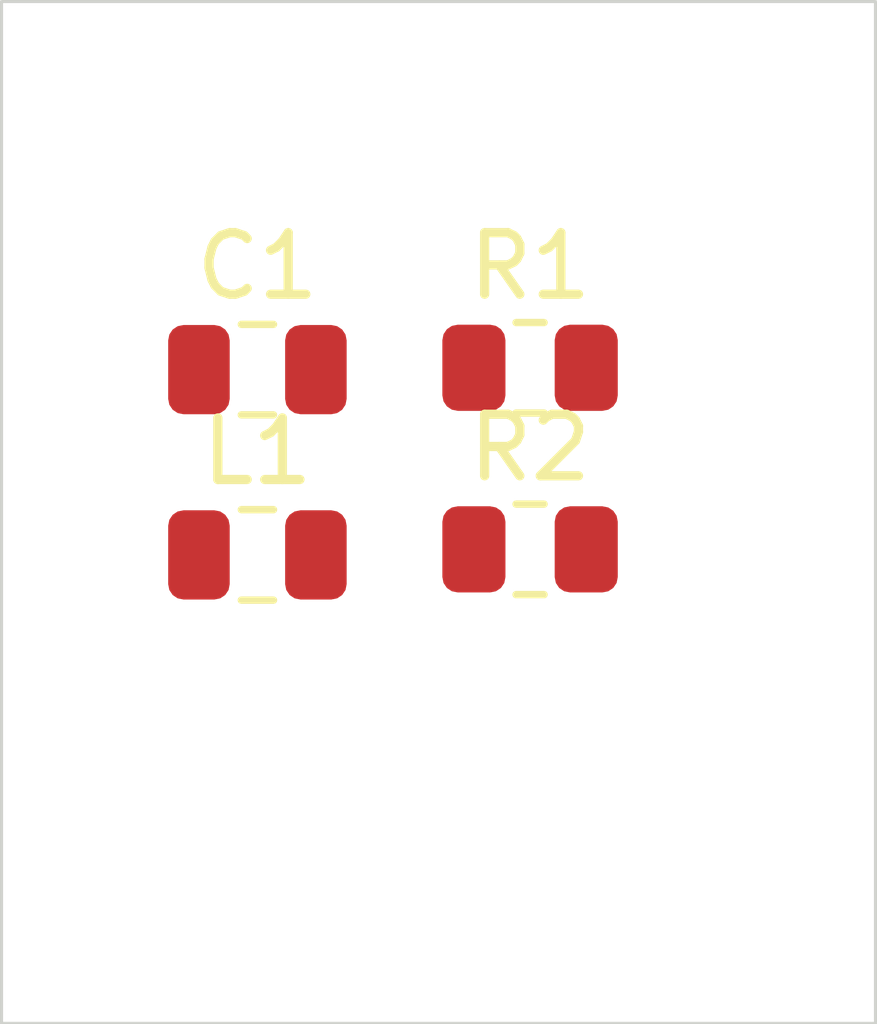
<source format=kicad_pcb>
(kicad_pcb (version 20221018) (generator pcbnew)
  (title_block (comment 2 "The_C2"))
  (layers (0 "F.Cu" signal) (31 "B.Cu" signal) (34 "B.Paste" user) (35 "F.Paste" user) (36 "B.SilkS" user "B.Silkscreen") (37 "F.SilkS" user "F.Silkscreen") (38 "B.Mask" user) (39 "F.Mask" user) (44 "Edge.Cuts" user))
  (net 0 "")
  (footprint "Capacitor_SMD:C_0805_2012Metric" (layer "F.Cu") (at 130.8575 77.28)
    (fp_text reference "C1" (at 0 -1.68) (layer "F.SilkS"))
    (fp_text value "C")
    (fp_line (start -0.261252 -0.735) (end 0.261252 -0.735) (stroke (width 0.12)) (layer "F.SilkS"))
    (fp_line (start -0.261252 0.735) (end 0.261252 0.735) (stroke (width 0.12)) (layer "F.SilkS"))
    (pad "1" smd roundrect (at -0.95 0) (size 1 1.45) (layers "F.Cu" "F.Paste" "F.Mask"))
    (pad "2" smd roundrect (at 0.95 0) (size 1 1.45) (layers "F.Cu" "F.Paste" "F.Mask"))
  )
  (footprint "Resistor_SMD:R_0805_2012Metric" (layer "F.Cu") (at 135.2875 80.2)
    (fp_text reference "R2" (at 0 -1.65) (layer "F.SilkS"))
    (fp_text value "R_US")
    (fp_line (start -0.227064 -0.735) (end 0.227064 -0.735) (stroke (width 0.12)) (layer "F.SilkS"))
    (fp_line (start -0.227064 0.735) (end 0.227064 0.735) (stroke (width 0.12)) (layer "F.SilkS"))
    (pad "1" smd roundrect (at -0.9125 0) (size 1.025 1.4) (layers "F.Cu" "F.Paste" "F.Mask") (roundrect_rratio 0.243902))
    (pad "2" smd roundrect (at 0.9125 0) (size 1.025 1.4) (layers "F.Cu" "F.Paste" "F.Mask") (roundrect_rratio 0.243902))
  )
  (footprint "Capacitor_SMD:C_0805_2012Metric" (layer "F.Cu") (at 130.8575 80.29)
    (fp_text reference "L1" (at 0 -1.68) (layer "F.SilkS"))
    (fp_text value "L")
    (fp_line (start -0.261252 -0.735) (end 0.261252 -0.735) (stroke (width 0.12)) (layer "F.SilkS"))
    (fp_line (start -0.261252 0.735) (end 0.261252 0.735) (stroke (width 0.12)) (layer "F.SilkS"))
    (pad "1" smd roundrect (at -0.95 0) (size 1 1.45) (layers "F.Cu" "F.Paste" "F.Mask"))
    (pad "2" smd roundrect (at 0.95 0) (size 1 1.45) (layers "F.Cu" "F.Paste" "F.Mask"))
  )
  (footprint "Resistor_SMD:R_0805_2012Metric" (layer "F.Cu") (at 135.2875 77.25)
    (fp_text reference "R1" (at 0 -1.65) (layer "F.SilkS"))
    (fp_text value "R")
    (fp_line (start -0.227064 -0.735) (end 0.227064 -0.735) (stroke (width 0.12)) (layer "F.SilkS"))
    (fp_line (start -0.227064 0.735) (end 0.227064 0.735) (stroke (width 0.12)) (layer "F.SilkS"))
    (pad "1" smd roundrect (at -0.9125 0) (size 1.025 1.4) (layers "F.Cu" "F.Paste" "F.Mask") (roundrect_rratio 0.243902))
    (pad "2" smd roundrect (at 0.9125 0) (size 1.025 1.4) (layers "F.Cu" "F.Paste" "F.Mask") (roundrect_rratio 0.243902))
  )
  (gr_rect (start 126.7 71.3) (end 140.9 87.9) (stroke (width 0.05)) (fill none) (layer "Edge.Cuts"))
)
</source>
